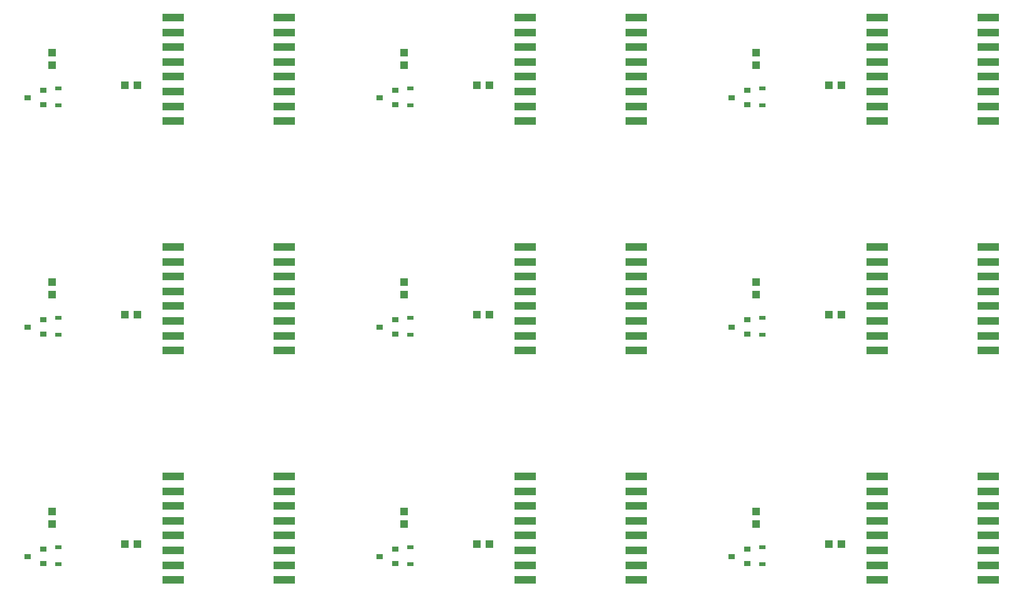
<source format=gbp>
G04 EAGLE Gerber RS-274X export*
G75*
%MOMM*%
%FSLAX34Y34*%
%LPD*%
%INSolderpaste Bottom*%
%IPPOS*%
%AMOC8*
5,1,8,0,0,1.08239X$1,22.5*%
G01*
%ADD10R,1.100000X1.000000*%
%ADD11R,3.000000X1.000000*%
%ADD12R,0.830000X0.630000*%
%ADD13R,1.000000X1.100000*%
%ADD14R,0.900000X0.800000*%


D10*
X171840Y132080D03*
X188840Y132080D03*
D11*
X237420Y183670D03*
X387420Y143670D03*
X387420Y223670D03*
X387420Y123670D03*
X387420Y103670D03*
X387420Y83670D03*
X387420Y183670D03*
X387420Y163670D03*
X237420Y203670D03*
X237420Y83670D03*
X237420Y223670D03*
X387420Y203670D03*
X237420Y103670D03*
X237420Y123670D03*
X237420Y163670D03*
X237420Y143670D03*
D12*
X82550Y105340D03*
X82550Y128340D03*
D13*
X73660Y176140D03*
X73660Y159140D03*
D14*
X62070Y125070D03*
X62070Y106070D03*
X41070Y115570D03*
D10*
X646820Y132080D03*
X663820Y132080D03*
D11*
X712400Y183670D03*
X862400Y143670D03*
X862400Y223670D03*
X862400Y123670D03*
X862400Y103670D03*
X862400Y83670D03*
X862400Y183670D03*
X862400Y163670D03*
X712400Y203670D03*
X712400Y83670D03*
X712400Y223670D03*
X862400Y203670D03*
X712400Y103670D03*
X712400Y123670D03*
X712400Y163670D03*
X712400Y143670D03*
D12*
X557530Y105340D03*
X557530Y128340D03*
D13*
X548640Y176140D03*
X548640Y159140D03*
D14*
X537050Y125070D03*
X537050Y106070D03*
X516050Y115570D03*
D10*
X1121800Y132080D03*
X1138800Y132080D03*
D11*
X1187380Y183670D03*
X1337380Y143670D03*
X1337380Y223670D03*
X1337380Y123670D03*
X1337380Y103670D03*
X1337380Y83670D03*
X1337380Y183670D03*
X1337380Y163670D03*
X1187380Y203670D03*
X1187380Y83670D03*
X1187380Y223670D03*
X1337380Y203670D03*
X1187380Y103670D03*
X1187380Y123670D03*
X1187380Y163670D03*
X1187380Y143670D03*
D12*
X1032510Y105340D03*
X1032510Y128340D03*
D13*
X1023620Y176140D03*
X1023620Y159140D03*
D14*
X1012030Y125070D03*
X1012030Y106070D03*
X991030Y115570D03*
D10*
X171840Y441960D03*
X188840Y441960D03*
D11*
X237420Y493550D03*
X387420Y453550D03*
X387420Y533550D03*
X387420Y433550D03*
X387420Y413550D03*
X387420Y393550D03*
X387420Y493550D03*
X387420Y473550D03*
X237420Y513550D03*
X237420Y393550D03*
X237420Y533550D03*
X387420Y513550D03*
X237420Y413550D03*
X237420Y433550D03*
X237420Y473550D03*
X237420Y453550D03*
D12*
X82550Y415220D03*
X82550Y438220D03*
D13*
X73660Y486020D03*
X73660Y469020D03*
D14*
X62070Y434950D03*
X62070Y415950D03*
X41070Y425450D03*
D10*
X646820Y441960D03*
X663820Y441960D03*
D11*
X712400Y493550D03*
X862400Y453550D03*
X862400Y533550D03*
X862400Y433550D03*
X862400Y413550D03*
X862400Y393550D03*
X862400Y493550D03*
X862400Y473550D03*
X712400Y513550D03*
X712400Y393550D03*
X712400Y533550D03*
X862400Y513550D03*
X712400Y413550D03*
X712400Y433550D03*
X712400Y473550D03*
X712400Y453550D03*
D12*
X557530Y415220D03*
X557530Y438220D03*
D13*
X548640Y486020D03*
X548640Y469020D03*
D14*
X537050Y434950D03*
X537050Y415950D03*
X516050Y425450D03*
D10*
X1121800Y441960D03*
X1138800Y441960D03*
D11*
X1187380Y493550D03*
X1337380Y453550D03*
X1337380Y533550D03*
X1337380Y433550D03*
X1337380Y413550D03*
X1337380Y393550D03*
X1337380Y493550D03*
X1337380Y473550D03*
X1187380Y513550D03*
X1187380Y393550D03*
X1187380Y533550D03*
X1337380Y513550D03*
X1187380Y413550D03*
X1187380Y433550D03*
X1187380Y473550D03*
X1187380Y453550D03*
D12*
X1032510Y415220D03*
X1032510Y438220D03*
D13*
X1023620Y486020D03*
X1023620Y469020D03*
D14*
X1012030Y434950D03*
X1012030Y415950D03*
X991030Y425450D03*
D10*
X171840Y751840D03*
X188840Y751840D03*
D11*
X237420Y803430D03*
X387420Y763430D03*
X387420Y843430D03*
X387420Y743430D03*
X387420Y723430D03*
X387420Y703430D03*
X387420Y803430D03*
X387420Y783430D03*
X237420Y823430D03*
X237420Y703430D03*
X237420Y843430D03*
X387420Y823430D03*
X237420Y723430D03*
X237420Y743430D03*
X237420Y783430D03*
X237420Y763430D03*
D12*
X82550Y725100D03*
X82550Y748100D03*
D13*
X73660Y795900D03*
X73660Y778900D03*
D14*
X62070Y744830D03*
X62070Y725830D03*
X41070Y735330D03*
D10*
X646820Y751840D03*
X663820Y751840D03*
D11*
X712400Y803430D03*
X862400Y763430D03*
X862400Y843430D03*
X862400Y743430D03*
X862400Y723430D03*
X862400Y703430D03*
X862400Y803430D03*
X862400Y783430D03*
X712400Y823430D03*
X712400Y703430D03*
X712400Y843430D03*
X862400Y823430D03*
X712400Y723430D03*
X712400Y743430D03*
X712400Y783430D03*
X712400Y763430D03*
D12*
X557530Y725100D03*
X557530Y748100D03*
D13*
X548640Y795900D03*
X548640Y778900D03*
D14*
X537050Y744830D03*
X537050Y725830D03*
X516050Y735330D03*
D10*
X1121800Y751840D03*
X1138800Y751840D03*
D11*
X1187380Y803430D03*
X1337380Y763430D03*
X1337380Y843430D03*
X1337380Y743430D03*
X1337380Y723430D03*
X1337380Y703430D03*
X1337380Y803430D03*
X1337380Y783430D03*
X1187380Y823430D03*
X1187380Y703430D03*
X1187380Y843430D03*
X1337380Y823430D03*
X1187380Y723430D03*
X1187380Y743430D03*
X1187380Y783430D03*
X1187380Y763430D03*
D12*
X1032510Y725100D03*
X1032510Y748100D03*
D13*
X1023620Y795900D03*
X1023620Y778900D03*
D14*
X1012030Y744830D03*
X1012030Y725830D03*
X991030Y735330D03*
M02*

</source>
